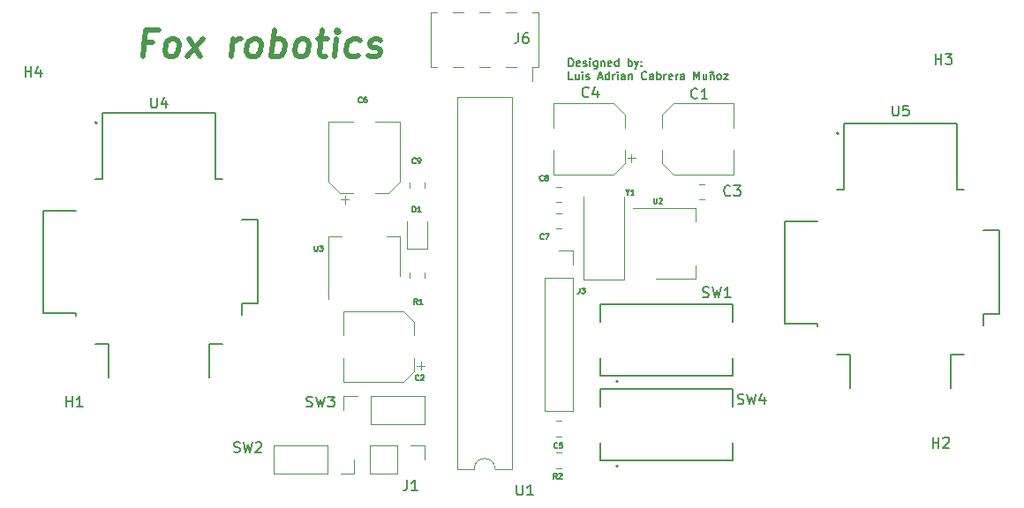
<source format=gto>
G04 #@! TF.GenerationSoftware,KiCad,Pcbnew,(5.1.12)-1*
G04 #@! TF.CreationDate,2022-10-20T21:18:09-07:00*
G04 #@! TF.ProjectId,Transmisor_de_radio,5472616e-736d-4697-936f-725f64655f72,rev?*
G04 #@! TF.SameCoordinates,Original*
G04 #@! TF.FileFunction,Legend,Top*
G04 #@! TF.FilePolarity,Positive*
%FSLAX46Y46*%
G04 Gerber Fmt 4.6, Leading zero omitted, Abs format (unit mm)*
G04 Created by KiCad (PCBNEW (5.1.12)-1) date 2022-10-20 21:18:09*
%MOMM*%
%LPD*%
G01*
G04 APERTURE LIST*
%ADD10C,0.508000*%
%ADD11C,0.127000*%
%ADD12C,0.120000*%
%ADD13C,0.200000*%
%ADD14C,0.150000*%
%ADD15C,2.700000*%
%ADD16R,1.600000X1.600000*%
%ADD17O,1.600000X1.600000*%
%ADD18R,2.000000X1.500000*%
%ADD19R,2.000000X3.800000*%
%ADD20R,3.800000X2.000000*%
%ADD21R,1.500000X2.000000*%
%ADD22C,1.778000*%
%ADD23C,2.286000*%
%ADD24R,1.700000X1.700000*%
%ADD25O,1.700000X1.700000*%
%ADD26R,1.000000X3.000000*%
%ADD27R,2.500000X3.325000*%
%ADD28C,2.775000*%
%ADD29R,2.775000X2.775000*%
G04 APERTURE END LIST*
D10*
X112985247Y-81187471D02*
X112138580Y-81187471D01*
X111972271Y-82517947D02*
X112289771Y-79977947D01*
X113499295Y-79977947D01*
X114512271Y-82517947D02*
X114285485Y-82396995D01*
X114179652Y-82276042D01*
X114088938Y-82034138D01*
X114179652Y-81308423D01*
X114330842Y-81066519D01*
X114466914Y-80945566D01*
X114723938Y-80824614D01*
X115086795Y-80824614D01*
X115313580Y-80945566D01*
X115419414Y-81066519D01*
X115510128Y-81308423D01*
X115419414Y-82034138D01*
X115268223Y-82276042D01*
X115132152Y-82396995D01*
X114875128Y-82517947D01*
X114512271Y-82517947D01*
X116205604Y-82517947D02*
X117747747Y-80824614D01*
X116417271Y-80824614D02*
X117536080Y-82517947D01*
X120438938Y-82517947D02*
X120650604Y-80824614D01*
X120590128Y-81308423D02*
X120741319Y-81066519D01*
X120877390Y-80945566D01*
X121134414Y-80824614D01*
X121376319Y-80824614D01*
X122374176Y-82517947D02*
X122147390Y-82396995D01*
X122041557Y-82276042D01*
X121950842Y-82034138D01*
X122041557Y-81308423D01*
X122192747Y-81066519D01*
X122328819Y-80945566D01*
X122585842Y-80824614D01*
X122948700Y-80824614D01*
X123175485Y-80945566D01*
X123281319Y-81066519D01*
X123372033Y-81308423D01*
X123281319Y-82034138D01*
X123130128Y-82276042D01*
X122994057Y-82396995D01*
X122737033Y-82517947D01*
X122374176Y-82517947D01*
X124309414Y-82517947D02*
X124626914Y-79977947D01*
X124505961Y-80945566D02*
X124762985Y-80824614D01*
X125246795Y-80824614D01*
X125473580Y-80945566D01*
X125579414Y-81066519D01*
X125670128Y-81308423D01*
X125579414Y-82034138D01*
X125428223Y-82276042D01*
X125292152Y-82396995D01*
X125035128Y-82517947D01*
X124551319Y-82517947D01*
X124324533Y-82396995D01*
X126970366Y-82517947D02*
X126743580Y-82396995D01*
X126637747Y-82276042D01*
X126547033Y-82034138D01*
X126637747Y-81308423D01*
X126788938Y-81066519D01*
X126925009Y-80945566D01*
X127182033Y-80824614D01*
X127544890Y-80824614D01*
X127771676Y-80945566D01*
X127877509Y-81066519D01*
X127968223Y-81308423D01*
X127877509Y-82034138D01*
X127726319Y-82276042D01*
X127590247Y-82396995D01*
X127333223Y-82517947D01*
X126970366Y-82517947D01*
X128754414Y-80824614D02*
X129722033Y-80824614D01*
X129223104Y-79977947D02*
X128950961Y-82155090D01*
X129041676Y-82396995D01*
X129268461Y-82517947D01*
X129510366Y-82517947D01*
X130357033Y-82517947D02*
X130568700Y-80824614D01*
X130674533Y-79977947D02*
X130538461Y-80098900D01*
X130644295Y-80219852D01*
X130780366Y-80098900D01*
X130674533Y-79977947D01*
X130644295Y-80219852D01*
X132670247Y-82396995D02*
X132413223Y-82517947D01*
X131929414Y-82517947D01*
X131702628Y-82396995D01*
X131596795Y-82276042D01*
X131506080Y-82034138D01*
X131596795Y-81308423D01*
X131747985Y-81066519D01*
X131884057Y-80945566D01*
X132141080Y-80824614D01*
X132624890Y-80824614D01*
X132851676Y-80945566D01*
X133637866Y-82396995D02*
X133864652Y-82517947D01*
X134348461Y-82517947D01*
X134605485Y-82396995D01*
X134756676Y-82155090D01*
X134771795Y-82034138D01*
X134681080Y-81792233D01*
X134454295Y-81671280D01*
X134091438Y-81671280D01*
X133864652Y-81550328D01*
X133773938Y-81308423D01*
X133789057Y-81187471D01*
X133940247Y-80945566D01*
X134197271Y-80824614D01*
X134560128Y-80824614D01*
X134786914Y-80945566D01*
D11*
X152854478Y-83453514D02*
X152854478Y-82691514D01*
X153035907Y-82691514D01*
X153144764Y-82727800D01*
X153217335Y-82800371D01*
X153253621Y-82872942D01*
X153289907Y-83018085D01*
X153289907Y-83126942D01*
X153253621Y-83272085D01*
X153217335Y-83344657D01*
X153144764Y-83417228D01*
X153035907Y-83453514D01*
X152854478Y-83453514D01*
X153906764Y-83417228D02*
X153834192Y-83453514D01*
X153689050Y-83453514D01*
X153616478Y-83417228D01*
X153580192Y-83344657D01*
X153580192Y-83054371D01*
X153616478Y-82981800D01*
X153689050Y-82945514D01*
X153834192Y-82945514D01*
X153906764Y-82981800D01*
X153943050Y-83054371D01*
X153943050Y-83126942D01*
X153580192Y-83199514D01*
X154233335Y-83417228D02*
X154305907Y-83453514D01*
X154451050Y-83453514D01*
X154523621Y-83417228D01*
X154559907Y-83344657D01*
X154559907Y-83308371D01*
X154523621Y-83235800D01*
X154451050Y-83199514D01*
X154342192Y-83199514D01*
X154269621Y-83163228D01*
X154233335Y-83090657D01*
X154233335Y-83054371D01*
X154269621Y-82981800D01*
X154342192Y-82945514D01*
X154451050Y-82945514D01*
X154523621Y-82981800D01*
X154886478Y-83453514D02*
X154886478Y-82945514D01*
X154886478Y-82691514D02*
X154850192Y-82727800D01*
X154886478Y-82764085D01*
X154922764Y-82727800D01*
X154886478Y-82691514D01*
X154886478Y-82764085D01*
X155575907Y-82945514D02*
X155575907Y-83562371D01*
X155539621Y-83634942D01*
X155503335Y-83671228D01*
X155430764Y-83707514D01*
X155321907Y-83707514D01*
X155249335Y-83671228D01*
X155575907Y-83417228D02*
X155503335Y-83453514D01*
X155358192Y-83453514D01*
X155285621Y-83417228D01*
X155249335Y-83380942D01*
X155213050Y-83308371D01*
X155213050Y-83090657D01*
X155249335Y-83018085D01*
X155285621Y-82981800D01*
X155358192Y-82945514D01*
X155503335Y-82945514D01*
X155575907Y-82981800D01*
X155938764Y-82945514D02*
X155938764Y-83453514D01*
X155938764Y-83018085D02*
X155975050Y-82981800D01*
X156047621Y-82945514D01*
X156156478Y-82945514D01*
X156229050Y-82981800D01*
X156265335Y-83054371D01*
X156265335Y-83453514D01*
X156918478Y-83417228D02*
X156845907Y-83453514D01*
X156700764Y-83453514D01*
X156628192Y-83417228D01*
X156591907Y-83344657D01*
X156591907Y-83054371D01*
X156628192Y-82981800D01*
X156700764Y-82945514D01*
X156845907Y-82945514D01*
X156918478Y-82981800D01*
X156954764Y-83054371D01*
X156954764Y-83126942D01*
X156591907Y-83199514D01*
X157607907Y-83453514D02*
X157607907Y-82691514D01*
X157607907Y-83417228D02*
X157535335Y-83453514D01*
X157390192Y-83453514D01*
X157317621Y-83417228D01*
X157281335Y-83380942D01*
X157245050Y-83308371D01*
X157245050Y-83090657D01*
X157281335Y-83018085D01*
X157317621Y-82981800D01*
X157390192Y-82945514D01*
X157535335Y-82945514D01*
X157607907Y-82981800D01*
X158551335Y-83453514D02*
X158551335Y-82691514D01*
X158551335Y-82981800D02*
X158623907Y-82945514D01*
X158769050Y-82945514D01*
X158841621Y-82981800D01*
X158877907Y-83018085D01*
X158914192Y-83090657D01*
X158914192Y-83308371D01*
X158877907Y-83380942D01*
X158841621Y-83417228D01*
X158769050Y-83453514D01*
X158623907Y-83453514D01*
X158551335Y-83417228D01*
X159168192Y-82945514D02*
X159349621Y-83453514D01*
X159531050Y-82945514D02*
X159349621Y-83453514D01*
X159277050Y-83634942D01*
X159240764Y-83671228D01*
X159168192Y-83707514D01*
X159821335Y-83380942D02*
X159857621Y-83417228D01*
X159821335Y-83453514D01*
X159785050Y-83417228D01*
X159821335Y-83380942D01*
X159821335Y-83453514D01*
X159821335Y-82981800D02*
X159857621Y-83018085D01*
X159821335Y-83054371D01*
X159785050Y-83018085D01*
X159821335Y-82981800D01*
X159821335Y-83054371D01*
X153217335Y-84723514D02*
X152854478Y-84723514D01*
X152854478Y-83961514D01*
X153797907Y-84215514D02*
X153797907Y-84723514D01*
X153471335Y-84215514D02*
X153471335Y-84614657D01*
X153507621Y-84687228D01*
X153580192Y-84723514D01*
X153689050Y-84723514D01*
X153761621Y-84687228D01*
X153797907Y-84650942D01*
X154160764Y-84723514D02*
X154160764Y-84215514D01*
X154160764Y-83961514D02*
X154124478Y-83997800D01*
X154160764Y-84034085D01*
X154197050Y-83997800D01*
X154160764Y-83961514D01*
X154160764Y-84034085D01*
X154487335Y-84687228D02*
X154559907Y-84723514D01*
X154705050Y-84723514D01*
X154777621Y-84687228D01*
X154813907Y-84614657D01*
X154813907Y-84578371D01*
X154777621Y-84505800D01*
X154705050Y-84469514D01*
X154596192Y-84469514D01*
X154523621Y-84433228D01*
X154487335Y-84360657D01*
X154487335Y-84324371D01*
X154523621Y-84251800D01*
X154596192Y-84215514D01*
X154705050Y-84215514D01*
X154777621Y-84251800D01*
X155684764Y-84505800D02*
X156047621Y-84505800D01*
X155612192Y-84723514D02*
X155866192Y-83961514D01*
X156120192Y-84723514D01*
X156700764Y-84723514D02*
X156700764Y-83961514D01*
X156700764Y-84687228D02*
X156628192Y-84723514D01*
X156483050Y-84723514D01*
X156410478Y-84687228D01*
X156374192Y-84650942D01*
X156337907Y-84578371D01*
X156337907Y-84360657D01*
X156374192Y-84288085D01*
X156410478Y-84251800D01*
X156483050Y-84215514D01*
X156628192Y-84215514D01*
X156700764Y-84251800D01*
X157063621Y-84723514D02*
X157063621Y-84215514D01*
X157063621Y-84360657D02*
X157099907Y-84288085D01*
X157136192Y-84251800D01*
X157208764Y-84215514D01*
X157281335Y-84215514D01*
X157535335Y-84723514D02*
X157535335Y-84215514D01*
X157535335Y-83961514D02*
X157499050Y-83997800D01*
X157535335Y-84034085D01*
X157571621Y-83997800D01*
X157535335Y-83961514D01*
X157535335Y-84034085D01*
X158224764Y-84723514D02*
X158224764Y-84324371D01*
X158188478Y-84251800D01*
X158115907Y-84215514D01*
X157970764Y-84215514D01*
X157898192Y-84251800D01*
X158224764Y-84687228D02*
X158152192Y-84723514D01*
X157970764Y-84723514D01*
X157898192Y-84687228D01*
X157861907Y-84614657D01*
X157861907Y-84542085D01*
X157898192Y-84469514D01*
X157970764Y-84433228D01*
X158152192Y-84433228D01*
X158224764Y-84396942D01*
X158587621Y-84215514D02*
X158587621Y-84723514D01*
X158587621Y-84288085D02*
X158623907Y-84251800D01*
X158696478Y-84215514D01*
X158805335Y-84215514D01*
X158877907Y-84251800D01*
X158914192Y-84324371D01*
X158914192Y-84723514D01*
X160293050Y-84650942D02*
X160256764Y-84687228D01*
X160147907Y-84723514D01*
X160075335Y-84723514D01*
X159966478Y-84687228D01*
X159893907Y-84614657D01*
X159857621Y-84542085D01*
X159821335Y-84396942D01*
X159821335Y-84288085D01*
X159857621Y-84142942D01*
X159893907Y-84070371D01*
X159966478Y-83997800D01*
X160075335Y-83961514D01*
X160147907Y-83961514D01*
X160256764Y-83997800D01*
X160293050Y-84034085D01*
X160946192Y-84723514D02*
X160946192Y-84324371D01*
X160909907Y-84251800D01*
X160837335Y-84215514D01*
X160692192Y-84215514D01*
X160619621Y-84251800D01*
X160946192Y-84687228D02*
X160873621Y-84723514D01*
X160692192Y-84723514D01*
X160619621Y-84687228D01*
X160583335Y-84614657D01*
X160583335Y-84542085D01*
X160619621Y-84469514D01*
X160692192Y-84433228D01*
X160873621Y-84433228D01*
X160946192Y-84396942D01*
X161309050Y-84723514D02*
X161309050Y-83961514D01*
X161309050Y-84251800D02*
X161381621Y-84215514D01*
X161526764Y-84215514D01*
X161599335Y-84251800D01*
X161635621Y-84288085D01*
X161671907Y-84360657D01*
X161671907Y-84578371D01*
X161635621Y-84650942D01*
X161599335Y-84687228D01*
X161526764Y-84723514D01*
X161381621Y-84723514D01*
X161309050Y-84687228D01*
X161998478Y-84723514D02*
X161998478Y-84215514D01*
X161998478Y-84360657D02*
X162034764Y-84288085D01*
X162071050Y-84251800D01*
X162143621Y-84215514D01*
X162216192Y-84215514D01*
X162760478Y-84687228D02*
X162687907Y-84723514D01*
X162542764Y-84723514D01*
X162470192Y-84687228D01*
X162433907Y-84614657D01*
X162433907Y-84324371D01*
X162470192Y-84251800D01*
X162542764Y-84215514D01*
X162687907Y-84215514D01*
X162760478Y-84251800D01*
X162796764Y-84324371D01*
X162796764Y-84396942D01*
X162433907Y-84469514D01*
X163123335Y-84723514D02*
X163123335Y-84215514D01*
X163123335Y-84360657D02*
X163159621Y-84288085D01*
X163195907Y-84251800D01*
X163268478Y-84215514D01*
X163341050Y-84215514D01*
X163921621Y-84723514D02*
X163921621Y-84324371D01*
X163885335Y-84251800D01*
X163812764Y-84215514D01*
X163667621Y-84215514D01*
X163595050Y-84251800D01*
X163921621Y-84687228D02*
X163849050Y-84723514D01*
X163667621Y-84723514D01*
X163595050Y-84687228D01*
X163558764Y-84614657D01*
X163558764Y-84542085D01*
X163595050Y-84469514D01*
X163667621Y-84433228D01*
X163849050Y-84433228D01*
X163921621Y-84396942D01*
X164865050Y-84723514D02*
X164865050Y-83961514D01*
X165119050Y-84505800D01*
X165373050Y-83961514D01*
X165373050Y-84723514D01*
X166062478Y-84215514D02*
X166062478Y-84723514D01*
X165735907Y-84215514D02*
X165735907Y-84614657D01*
X165772192Y-84687228D01*
X165844764Y-84723514D01*
X165953621Y-84723514D01*
X166026192Y-84687228D01*
X166062478Y-84650942D01*
X166425335Y-84215514D02*
X166425335Y-84723514D01*
X166425335Y-84288085D02*
X166461621Y-84251800D01*
X166534192Y-84215514D01*
X166643050Y-84215514D01*
X166715621Y-84251800D01*
X166751907Y-84324371D01*
X166751907Y-84723514D01*
X166389050Y-84034085D02*
X166425335Y-83997800D01*
X166497907Y-83961514D01*
X166643050Y-84034085D01*
X166715621Y-83997800D01*
X166751907Y-83961514D01*
X167223621Y-84723514D02*
X167151050Y-84687228D01*
X167114764Y-84650942D01*
X167078478Y-84578371D01*
X167078478Y-84360657D01*
X167114764Y-84288085D01*
X167151050Y-84251800D01*
X167223621Y-84215514D01*
X167332478Y-84215514D01*
X167405050Y-84251800D01*
X167441335Y-84288085D01*
X167477621Y-84360657D01*
X167477621Y-84578371D01*
X167441335Y-84650942D01*
X167405050Y-84687228D01*
X167332478Y-84723514D01*
X167223621Y-84723514D01*
X167731621Y-84215514D02*
X168130764Y-84215514D01*
X167731621Y-84723514D01*
X168130764Y-84723514D01*
D12*
X161817000Y-92769563D02*
X162881437Y-93834000D01*
X161817000Y-88078437D02*
X162881437Y-87014000D01*
X161817000Y-88078437D02*
X161817000Y-89364000D01*
X161817000Y-92769563D02*
X161817000Y-91484000D01*
X162881437Y-93834000D02*
X168637000Y-93834000D01*
X162881437Y-87014000D02*
X168637000Y-87014000D01*
X168637000Y-87014000D02*
X168637000Y-89364000D01*
X168637000Y-93834000D02*
X168637000Y-91484000D01*
X131210000Y-106953000D02*
X131210000Y-109303000D01*
X131210000Y-113773000D02*
X131210000Y-111423000D01*
X136965563Y-113773000D02*
X131210000Y-113773000D01*
X136965563Y-106953000D02*
X131210000Y-106953000D01*
X138030000Y-108017437D02*
X138030000Y-109303000D01*
X138030000Y-112708563D02*
X138030000Y-111423000D01*
X138030000Y-112708563D02*
X136965563Y-113773000D01*
X138030000Y-108017437D02*
X136965563Y-106953000D01*
X139057500Y-112210500D02*
X138270000Y-112210500D01*
X138663750Y-112604250D02*
X138663750Y-111816750D01*
X165346748Y-96239000D02*
X165869252Y-96239000D01*
X165346748Y-94769000D02*
X165869252Y-94769000D01*
X158856750Y-92665250D02*
X158856750Y-91877750D01*
X159250500Y-92271500D02*
X158463000Y-92271500D01*
X158223000Y-88078437D02*
X157158563Y-87014000D01*
X158223000Y-92769563D02*
X157158563Y-93834000D01*
X158223000Y-92769563D02*
X158223000Y-91484000D01*
X158223000Y-88078437D02*
X158223000Y-89364000D01*
X157158563Y-87014000D02*
X151403000Y-87014000D01*
X157158563Y-93834000D02*
X151403000Y-93834000D01*
X151403000Y-93834000D02*
X151403000Y-91484000D01*
X151403000Y-87014000D02*
X151403000Y-89364000D01*
X151630748Y-118972000D02*
X152153252Y-118972000D01*
X151630748Y-117502000D02*
X152153252Y-117502000D01*
X130981750Y-96245750D02*
X131769250Y-96245750D01*
X131375500Y-96639500D02*
X131375500Y-95852000D01*
X135568563Y-95612000D02*
X136633000Y-94547563D01*
X130877437Y-95612000D02*
X129813000Y-94547563D01*
X130877437Y-95612000D02*
X132163000Y-95612000D01*
X135568563Y-95612000D02*
X134283000Y-95612000D01*
X136633000Y-94547563D02*
X136633000Y-88792000D01*
X129813000Y-94547563D02*
X129813000Y-88792000D01*
X129813000Y-88792000D02*
X132163000Y-88792000D01*
X136633000Y-88792000D02*
X134283000Y-88792000D01*
X152153252Y-97563000D02*
X151630748Y-97563000D01*
X152153252Y-99033000D02*
X151630748Y-99033000D01*
X152153252Y-96493000D02*
X151630748Y-96493000D01*
X152153252Y-95023000D02*
X151630748Y-95023000D01*
X137568000Y-95130252D02*
X137568000Y-94607748D01*
X139038000Y-95130252D02*
X139038000Y-94607748D01*
X139263000Y-100999000D02*
X139263000Y-98314000D01*
X137343000Y-100999000D02*
X139263000Y-100999000D01*
X137343000Y-98314000D02*
X137343000Y-100999000D01*
X139038000Y-103732064D02*
X139038000Y-103277936D01*
X137568000Y-103732064D02*
X137568000Y-103277936D01*
X152119064Y-122020000D02*
X151664936Y-122020000D01*
X152119064Y-120550000D02*
X151664936Y-120550000D01*
X142130000Y-122107000D02*
X143780000Y-122107000D01*
X142130000Y-86427000D02*
X142130000Y-122107000D01*
X147430000Y-86427000D02*
X142130000Y-86427000D01*
X147430000Y-122107000D02*
X147430000Y-86427000D01*
X145780000Y-122107000D02*
X147430000Y-122107000D01*
X143780000Y-122107000D02*
G75*
G02*
X145780000Y-122107000I1000000J0D01*
G01*
X164978000Y-103867000D02*
X164978000Y-102607000D01*
X164978000Y-97047000D02*
X164978000Y-98307000D01*
X161218000Y-103867000D02*
X164978000Y-103867000D01*
X158968000Y-97047000D02*
X164978000Y-97047000D01*
X129813000Y-105827000D02*
X129813000Y-99817000D01*
X136633000Y-103577000D02*
X136633000Y-99817000D01*
X129813000Y-99817000D02*
X131073000Y-99817000D01*
X136633000Y-99817000D02*
X135373000Y-99817000D01*
D13*
X107588000Y-88885000D02*
G75*
G03*
X107588000Y-88885000I-100000J0D01*
G01*
D11*
X102438000Y-97335000D02*
X105588000Y-97335000D01*
X102438000Y-107135000D02*
X102438000Y-97335000D01*
X105588000Y-107135000D02*
X102438000Y-107135000D01*
X105588000Y-107405000D02*
X105588000Y-107135000D01*
X108688000Y-110135000D02*
X107468000Y-110135000D01*
X108688000Y-113335000D02*
X108688000Y-110135000D01*
X118388000Y-110135000D02*
X118388000Y-113335000D01*
X119618000Y-110135000D02*
X118388000Y-110135000D01*
X121488000Y-106235000D02*
X121488000Y-107355000D01*
X123038000Y-106235000D02*
X121488000Y-106235000D01*
X123038000Y-98135000D02*
X123038000Y-106235000D01*
X121488000Y-98135000D02*
X123038000Y-98135000D01*
X118988000Y-94235000D02*
X119618000Y-94235000D01*
X118988000Y-87935000D02*
X118988000Y-94235000D01*
X108088000Y-87935000D02*
X118988000Y-87935000D01*
X108088000Y-94235000D02*
X108088000Y-87935000D01*
X107468000Y-94235000D02*
X108088000Y-94235000D01*
X178588000Y-95251000D02*
X179208000Y-95251000D01*
X179208000Y-95251000D02*
X179208000Y-88951000D01*
X179208000Y-88951000D02*
X190108000Y-88951000D01*
X190108000Y-88951000D02*
X190108000Y-95251000D01*
X190108000Y-95251000D02*
X190738000Y-95251000D01*
X192608000Y-99151000D02*
X194158000Y-99151000D01*
X194158000Y-99151000D02*
X194158000Y-107251000D01*
X194158000Y-107251000D02*
X192608000Y-107251000D01*
X192608000Y-107251000D02*
X192608000Y-108371000D01*
X190738000Y-111151000D02*
X189508000Y-111151000D01*
X189508000Y-111151000D02*
X189508000Y-114351000D01*
X179808000Y-114351000D02*
X179808000Y-111151000D01*
X179808000Y-111151000D02*
X178588000Y-111151000D01*
X176708000Y-108421000D02*
X176708000Y-108151000D01*
X176708000Y-108151000D02*
X173558000Y-108151000D01*
X173558000Y-108151000D02*
X173558000Y-98351000D01*
X173558000Y-98351000D02*
X176708000Y-98351000D01*
D13*
X178708000Y-89901000D02*
G75*
G03*
X178708000Y-89901000I-100000J0D01*
G01*
D12*
X138998000Y-119853400D02*
X138998000Y-121183400D01*
X137668000Y-119853400D02*
X138998000Y-119853400D01*
X136398000Y-119853400D02*
X136398000Y-122513400D01*
X136398000Y-122513400D02*
X133798000Y-122513400D01*
X136398000Y-119853400D02*
X133798000Y-119853400D01*
X133798000Y-119853400D02*
X133798000Y-122513400D01*
X151892000Y-101159000D02*
X153222000Y-101159000D01*
X153222000Y-101159000D02*
X153222000Y-102489000D01*
X153222000Y-103759000D02*
X153222000Y-116519000D01*
X150562000Y-116519000D02*
X153222000Y-116519000D01*
X150562000Y-103759000D02*
X150562000Y-116519000D01*
X150562000Y-103759000D02*
X153222000Y-103759000D01*
X149350000Y-83499000D02*
X149350000Y-84859000D01*
X140210000Y-78299000D02*
X139640000Y-78299000D01*
X142750000Y-78299000D02*
X141730000Y-78299000D01*
X145290000Y-78299000D02*
X144270000Y-78299000D01*
X147830000Y-78299000D02*
X146810000Y-78299000D01*
X149920000Y-78299000D02*
X149350000Y-78299000D01*
X139640000Y-78299000D02*
X139640000Y-83499000D01*
X140210000Y-83499000D02*
X139640000Y-83499000D01*
X142750000Y-83499000D02*
X141730000Y-83499000D01*
X145290000Y-83499000D02*
X144270000Y-83499000D01*
X147830000Y-83499000D02*
X146810000Y-83499000D01*
X149920000Y-83499000D02*
X149350000Y-83499000D01*
X149920000Y-78299000D02*
X149920000Y-83499000D01*
X129679700Y-119866100D02*
X129679700Y-122526100D01*
X129679700Y-119866100D02*
X124539700Y-119866100D01*
X124539700Y-119866100D02*
X124539700Y-122526100D01*
X129679700Y-122526100D02*
X124539700Y-122526100D01*
X132279700Y-122526100D02*
X130949700Y-122526100D01*
X132279700Y-121196100D02*
X132279700Y-122526100D01*
X131258000Y-116459000D02*
X131258000Y-115129000D01*
X131258000Y-115129000D02*
X132588000Y-115129000D01*
X133858000Y-115129000D02*
X138998000Y-115129000D01*
X138998000Y-117789000D02*
X138998000Y-115129000D01*
X133858000Y-117789000D02*
X138998000Y-117789000D01*
X133858000Y-117789000D02*
X133858000Y-115129000D01*
X158160000Y-103962000D02*
X158160000Y-95987000D01*
X154260000Y-103962000D02*
X158160000Y-103962000D01*
X154260000Y-95987000D02*
X154260000Y-103962000D01*
D11*
X155829000Y-106298000D02*
X168529000Y-106298000D01*
X168529000Y-106298000D02*
X168529000Y-108018000D01*
X168529000Y-111438000D02*
X168529000Y-113158000D01*
X168529000Y-113158000D02*
X155829000Y-113158000D01*
X155829000Y-106298000D02*
X155829000Y-108018000D01*
X155829000Y-111438000D02*
X155829000Y-113158000D01*
D13*
X157579000Y-113728000D02*
G75*
G03*
X157579000Y-113728000I-100000J0D01*
G01*
X157579000Y-121856000D02*
G75*
G03*
X157579000Y-121856000I-100000J0D01*
G01*
D11*
X155829000Y-119566000D02*
X155829000Y-121286000D01*
X155829000Y-114426000D02*
X155829000Y-116146000D01*
X168529000Y-121286000D02*
X155829000Y-121286000D01*
X168529000Y-119566000D02*
X168529000Y-121286000D01*
X168529000Y-114426000D02*
X168529000Y-116146000D01*
X155829000Y-114426000D02*
X168529000Y-114426000D01*
D14*
X188010895Y-83243680D02*
X188010895Y-82243680D01*
X188010895Y-82719871D02*
X188582323Y-82719871D01*
X188582323Y-83243680D02*
X188582323Y-82243680D01*
X188963276Y-82243680D02*
X189582323Y-82243680D01*
X189248990Y-82624633D01*
X189391847Y-82624633D01*
X189487085Y-82672252D01*
X189534704Y-82719871D01*
X189582323Y-82815109D01*
X189582323Y-83053204D01*
X189534704Y-83148442D01*
X189487085Y-83196061D01*
X189391847Y-83243680D01*
X189106133Y-83243680D01*
X189010895Y-83196061D01*
X188963276Y-83148442D01*
X100711095Y-84462880D02*
X100711095Y-83462880D01*
X100711095Y-83939071D02*
X101282523Y-83939071D01*
X101282523Y-84462880D02*
X101282523Y-83462880D01*
X102187285Y-83796214D02*
X102187285Y-84462880D01*
X101949190Y-83415261D02*
X101711095Y-84129547D01*
X102330142Y-84129547D01*
X165187333Y-86475842D02*
X165139714Y-86523461D01*
X164996857Y-86571080D01*
X164901619Y-86571080D01*
X164758761Y-86523461D01*
X164663523Y-86428223D01*
X164615904Y-86332985D01*
X164568285Y-86142509D01*
X164568285Y-85999652D01*
X164615904Y-85809176D01*
X164663523Y-85713938D01*
X164758761Y-85618700D01*
X164901619Y-85571080D01*
X164996857Y-85571080D01*
X165139714Y-85618700D01*
X165187333Y-85666319D01*
X166139714Y-86571080D02*
X165568285Y-86571080D01*
X165854000Y-86571080D02*
X165854000Y-85571080D01*
X165758761Y-85713938D01*
X165663523Y-85809176D01*
X165568285Y-85856795D01*
D11*
X138459633Y-113528928D02*
X138435442Y-113553119D01*
X138362871Y-113577309D01*
X138314490Y-113577309D01*
X138241919Y-113553119D01*
X138193538Y-113504738D01*
X138169347Y-113456357D01*
X138145157Y-113359595D01*
X138145157Y-113287023D01*
X138169347Y-113190261D01*
X138193538Y-113141880D01*
X138241919Y-113093500D01*
X138314490Y-113069309D01*
X138362871Y-113069309D01*
X138435442Y-113093500D01*
X138459633Y-113117690D01*
X138653157Y-113117690D02*
X138677347Y-113093500D01*
X138725728Y-113069309D01*
X138846680Y-113069309D01*
X138895061Y-113093500D01*
X138919252Y-113117690D01*
X138943442Y-113166071D01*
X138943442Y-113214452D01*
X138919252Y-113287023D01*
X138628966Y-113577309D01*
X138943442Y-113577309D01*
D14*
X168349633Y-95797642D02*
X168302014Y-95845261D01*
X168159157Y-95892880D01*
X168063919Y-95892880D01*
X167921061Y-95845261D01*
X167825823Y-95750023D01*
X167778204Y-95654785D01*
X167730585Y-95464309D01*
X167730585Y-95321452D01*
X167778204Y-95130976D01*
X167825823Y-95035738D01*
X167921061Y-94940500D01*
X168063919Y-94892880D01*
X168159157Y-94892880D01*
X168302014Y-94940500D01*
X168349633Y-94988119D01*
X168682966Y-94892880D02*
X169302014Y-94892880D01*
X168968680Y-95273833D01*
X169111538Y-95273833D01*
X169206776Y-95321452D01*
X169254395Y-95369071D01*
X169302014Y-95464309D01*
X169302014Y-95702404D01*
X169254395Y-95797642D01*
X169206776Y-95845261D01*
X169111538Y-95892880D01*
X168825823Y-95892880D01*
X168730585Y-95845261D01*
X168682966Y-95797642D01*
X154760633Y-86348842D02*
X154713014Y-86396461D01*
X154570157Y-86444080D01*
X154474919Y-86444080D01*
X154332061Y-86396461D01*
X154236823Y-86301223D01*
X154189204Y-86205985D01*
X154141585Y-86015509D01*
X154141585Y-85872652D01*
X154189204Y-85682176D01*
X154236823Y-85586938D01*
X154332061Y-85491700D01*
X154474919Y-85444080D01*
X154570157Y-85444080D01*
X154713014Y-85491700D01*
X154760633Y-85539319D01*
X155617776Y-85777414D02*
X155617776Y-86444080D01*
X155379680Y-85396461D02*
X155141585Y-86110747D01*
X155760633Y-86110747D01*
D11*
X151743833Y-120044028D02*
X151719642Y-120068219D01*
X151647071Y-120092409D01*
X151598690Y-120092409D01*
X151526119Y-120068219D01*
X151477738Y-120019838D01*
X151453547Y-119971457D01*
X151429357Y-119874695D01*
X151429357Y-119802123D01*
X151453547Y-119705361D01*
X151477738Y-119656980D01*
X151526119Y-119608600D01*
X151598690Y-119584409D01*
X151647071Y-119584409D01*
X151719642Y-119608600D01*
X151743833Y-119632790D01*
X152203452Y-119584409D02*
X151961547Y-119584409D01*
X151937357Y-119826314D01*
X151961547Y-119802123D01*
X152009928Y-119777933D01*
X152130880Y-119777933D01*
X152179261Y-119802123D01*
X152203452Y-119826314D01*
X152227642Y-119874695D01*
X152227642Y-119995647D01*
X152203452Y-120044028D01*
X152179261Y-120068219D01*
X152130880Y-120092409D01*
X152009928Y-120092409D01*
X151961547Y-120068219D01*
X151937357Y-120044028D01*
X132998633Y-86858928D02*
X132974442Y-86883119D01*
X132901871Y-86907309D01*
X132853490Y-86907309D01*
X132780919Y-86883119D01*
X132732538Y-86834738D01*
X132708347Y-86786357D01*
X132684157Y-86689595D01*
X132684157Y-86617023D01*
X132708347Y-86520261D01*
X132732538Y-86471880D01*
X132780919Y-86423500D01*
X132853490Y-86399309D01*
X132901871Y-86399309D01*
X132974442Y-86423500D01*
X132998633Y-86447690D01*
X133434061Y-86399309D02*
X133337300Y-86399309D01*
X133288919Y-86423500D01*
X133264728Y-86447690D01*
X133216347Y-86520261D01*
X133192157Y-86617023D01*
X133192157Y-86810547D01*
X133216347Y-86858928D01*
X133240538Y-86883119D01*
X133288919Y-86907309D01*
X133385680Y-86907309D01*
X133434061Y-86883119D01*
X133458252Y-86858928D01*
X133482442Y-86810547D01*
X133482442Y-86689595D01*
X133458252Y-86641214D01*
X133434061Y-86617023D01*
X133385680Y-86592833D01*
X133288919Y-86592833D01*
X133240538Y-86617023D01*
X133216347Y-86641214D01*
X133192157Y-86689595D01*
X150435733Y-100003428D02*
X150411542Y-100027619D01*
X150338971Y-100051809D01*
X150290590Y-100051809D01*
X150218019Y-100027619D01*
X150169638Y-99979238D01*
X150145447Y-99930857D01*
X150121257Y-99834095D01*
X150121257Y-99761523D01*
X150145447Y-99664761D01*
X150169638Y-99616380D01*
X150218019Y-99568000D01*
X150290590Y-99543809D01*
X150338971Y-99543809D01*
X150411542Y-99568000D01*
X150435733Y-99592190D01*
X150605066Y-99543809D02*
X150943733Y-99543809D01*
X150726019Y-100051809D01*
X150372233Y-94390028D02*
X150348042Y-94414219D01*
X150275471Y-94438409D01*
X150227090Y-94438409D01*
X150154519Y-94414219D01*
X150106138Y-94365838D01*
X150081947Y-94317457D01*
X150057757Y-94220695D01*
X150057757Y-94148123D01*
X150081947Y-94051361D01*
X150106138Y-94002980D01*
X150154519Y-93954600D01*
X150227090Y-93930409D01*
X150275471Y-93930409D01*
X150348042Y-93954600D01*
X150372233Y-93978790D01*
X150662519Y-94148123D02*
X150614138Y-94123933D01*
X150589947Y-94099742D01*
X150565757Y-94051361D01*
X150565757Y-94027171D01*
X150589947Y-93978790D01*
X150614138Y-93954600D01*
X150662519Y-93930409D01*
X150759280Y-93930409D01*
X150807661Y-93954600D01*
X150831852Y-93978790D01*
X150856042Y-94027171D01*
X150856042Y-94051361D01*
X150831852Y-94099742D01*
X150807661Y-94123933D01*
X150759280Y-94148123D01*
X150662519Y-94148123D01*
X150614138Y-94172314D01*
X150589947Y-94196504D01*
X150565757Y-94244885D01*
X150565757Y-94341647D01*
X150589947Y-94390028D01*
X150614138Y-94414219D01*
X150662519Y-94438409D01*
X150759280Y-94438409D01*
X150807661Y-94414219D01*
X150831852Y-94390028D01*
X150856042Y-94341647D01*
X150856042Y-94244885D01*
X150831852Y-94196504D01*
X150807661Y-94172314D01*
X150759280Y-94148123D01*
X138167533Y-92700928D02*
X138143342Y-92725119D01*
X138070771Y-92749309D01*
X138022390Y-92749309D01*
X137949819Y-92725119D01*
X137901438Y-92676738D01*
X137877247Y-92628357D01*
X137853057Y-92531595D01*
X137853057Y-92459023D01*
X137877247Y-92362261D01*
X137901438Y-92313880D01*
X137949819Y-92265500D01*
X138022390Y-92241309D01*
X138070771Y-92241309D01*
X138143342Y-92265500D01*
X138167533Y-92289690D01*
X138409438Y-92749309D02*
X138506200Y-92749309D01*
X138554580Y-92725119D01*
X138578771Y-92700928D01*
X138627152Y-92628357D01*
X138651342Y-92531595D01*
X138651342Y-92338071D01*
X138627152Y-92289690D01*
X138602961Y-92265500D01*
X138554580Y-92241309D01*
X138457819Y-92241309D01*
X138409438Y-92265500D01*
X138385247Y-92289690D01*
X138361057Y-92338071D01*
X138361057Y-92459023D01*
X138385247Y-92507404D01*
X138409438Y-92531595D01*
X138457819Y-92555785D01*
X138554580Y-92555785D01*
X138602961Y-92531595D01*
X138627152Y-92507404D01*
X138651342Y-92459023D01*
X137877247Y-97435609D02*
X137877247Y-96927609D01*
X137998200Y-96927609D01*
X138070771Y-96951800D01*
X138119152Y-97000180D01*
X138143342Y-97048561D01*
X138167533Y-97145323D01*
X138167533Y-97217895D01*
X138143342Y-97314657D01*
X138119152Y-97363038D01*
X138070771Y-97411419D01*
X137998200Y-97435609D01*
X137877247Y-97435609D01*
X138651342Y-97435609D02*
X138361057Y-97435609D01*
X138506200Y-97435609D02*
X138506200Y-96927609D01*
X138457819Y-97000180D01*
X138409438Y-97048561D01*
X138361057Y-97072752D01*
X138332633Y-106287509D02*
X138163300Y-106045604D01*
X138042347Y-106287509D02*
X138042347Y-105779509D01*
X138235871Y-105779509D01*
X138284252Y-105803700D01*
X138308442Y-105827890D01*
X138332633Y-105876271D01*
X138332633Y-105948842D01*
X138308442Y-105997223D01*
X138284252Y-106021414D01*
X138235871Y-106045604D01*
X138042347Y-106045604D01*
X138816442Y-106287509D02*
X138526157Y-106287509D01*
X138671300Y-106287509D02*
X138671300Y-105779509D01*
X138622919Y-105852080D01*
X138574538Y-105900461D01*
X138526157Y-105924652D01*
X151705733Y-123051509D02*
X151536400Y-122809604D01*
X151415447Y-123051509D02*
X151415447Y-122543509D01*
X151608971Y-122543509D01*
X151657352Y-122567700D01*
X151681542Y-122591890D01*
X151705733Y-122640271D01*
X151705733Y-122712842D01*
X151681542Y-122761223D01*
X151657352Y-122785414D01*
X151608971Y-122809604D01*
X151415447Y-122809604D01*
X151899257Y-122591890D02*
X151923447Y-122567700D01*
X151971828Y-122543509D01*
X152092780Y-122543509D01*
X152141161Y-122567700D01*
X152165352Y-122591890D01*
X152189542Y-122640271D01*
X152189542Y-122688652D01*
X152165352Y-122761223D01*
X151875066Y-123051509D01*
X152189542Y-123051509D01*
D14*
X147853495Y-123620280D02*
X147853495Y-124429804D01*
X147901114Y-124525042D01*
X147948733Y-124572661D01*
X148043971Y-124620280D01*
X148234447Y-124620280D01*
X148329685Y-124572661D01*
X148377304Y-124525042D01*
X148424923Y-124429804D01*
X148424923Y-123620280D01*
X149424923Y-124620280D02*
X148853495Y-124620280D01*
X149139209Y-124620280D02*
X149139209Y-123620280D01*
X149043971Y-123763138D01*
X148948733Y-123858376D01*
X148853495Y-123905995D01*
D11*
X161017252Y-96114809D02*
X161017252Y-96526047D01*
X161041442Y-96574428D01*
X161065633Y-96598619D01*
X161114014Y-96622809D01*
X161210776Y-96622809D01*
X161259157Y-96598619D01*
X161283347Y-96574428D01*
X161307538Y-96526047D01*
X161307538Y-96114809D01*
X161525252Y-96163190D02*
X161549442Y-96139000D01*
X161597823Y-96114809D01*
X161718776Y-96114809D01*
X161767157Y-96139000D01*
X161791347Y-96163190D01*
X161815538Y-96211571D01*
X161815538Y-96259952D01*
X161791347Y-96332523D01*
X161501061Y-96622809D01*
X161815538Y-96622809D01*
X128467152Y-100674109D02*
X128467152Y-101085347D01*
X128491342Y-101133728D01*
X128515533Y-101157919D01*
X128563914Y-101182109D01*
X128660676Y-101182109D01*
X128709057Y-101157919D01*
X128733247Y-101133728D01*
X128757438Y-101085347D01*
X128757438Y-100674109D01*
X128950961Y-100674109D02*
X129265438Y-100674109D01*
X129096104Y-100867633D01*
X129168676Y-100867633D01*
X129217057Y-100891823D01*
X129241247Y-100916014D01*
X129265438Y-100964395D01*
X129265438Y-101085347D01*
X129241247Y-101133728D01*
X129217057Y-101157919D01*
X129168676Y-101182109D01*
X129023533Y-101182109D01*
X128975152Y-101157919D01*
X128950961Y-101133728D01*
D14*
X112776095Y-86447380D02*
X112776095Y-87256904D01*
X112823714Y-87352142D01*
X112871333Y-87399761D01*
X112966571Y-87447380D01*
X113157047Y-87447380D01*
X113252285Y-87399761D01*
X113299904Y-87352142D01*
X113347523Y-87256904D01*
X113347523Y-86447380D01*
X114252285Y-86780714D02*
X114252285Y-87447380D01*
X114014190Y-86399761D02*
X113776095Y-87114047D01*
X114395142Y-87114047D01*
X183896095Y-87209380D02*
X183896095Y-88018904D01*
X183943714Y-88114142D01*
X183991333Y-88161761D01*
X184086571Y-88209380D01*
X184277047Y-88209380D01*
X184372285Y-88161761D01*
X184419904Y-88114142D01*
X184467523Y-88018904D01*
X184467523Y-87209380D01*
X185419904Y-87209380D02*
X184943714Y-87209380D01*
X184896095Y-87685571D01*
X184943714Y-87637952D01*
X185038952Y-87590333D01*
X185277047Y-87590333D01*
X185372285Y-87637952D01*
X185419904Y-87685571D01*
X185467523Y-87780809D01*
X185467523Y-88018904D01*
X185419904Y-88114142D01*
X185372285Y-88161761D01*
X185277047Y-88209380D01*
X185038952Y-88209380D01*
X184943714Y-88161761D01*
X184896095Y-88114142D01*
X137334666Y-123175780D02*
X137334666Y-123890066D01*
X137287047Y-124032923D01*
X137191809Y-124128161D01*
X137048952Y-124175780D01*
X136953714Y-124175780D01*
X138334666Y-124175780D02*
X137763238Y-124175780D01*
X138048952Y-124175780D02*
X138048952Y-123175780D01*
X137953714Y-123318638D01*
X137858476Y-123413876D01*
X137763238Y-123461495D01*
D11*
X153881666Y-104738109D02*
X153881666Y-105100966D01*
X153857476Y-105173538D01*
X153809095Y-105221919D01*
X153736523Y-105246109D01*
X153688142Y-105246109D01*
X154075190Y-104738109D02*
X154389666Y-104738109D01*
X154220333Y-104931633D01*
X154292904Y-104931633D01*
X154341285Y-104955823D01*
X154365476Y-104980014D01*
X154389666Y-105028395D01*
X154389666Y-105149347D01*
X154365476Y-105197728D01*
X154341285Y-105221919D01*
X154292904Y-105246109D01*
X154147761Y-105246109D01*
X154099380Y-105221919D01*
X154075190Y-105197728D01*
D14*
X148002666Y-80224380D02*
X148002666Y-80938666D01*
X147955047Y-81081523D01*
X147859809Y-81176761D01*
X147716952Y-81224380D01*
X147621714Y-81224380D01*
X148907428Y-80224380D02*
X148716952Y-80224380D01*
X148621714Y-80272000D01*
X148574095Y-80319619D01*
X148478857Y-80462476D01*
X148431238Y-80652952D01*
X148431238Y-81033904D01*
X148478857Y-81129142D01*
X148526476Y-81176761D01*
X148621714Y-81224380D01*
X148812190Y-81224380D01*
X148907428Y-81176761D01*
X148955047Y-81129142D01*
X149002666Y-81033904D01*
X149002666Y-80795809D01*
X148955047Y-80700571D01*
X148907428Y-80652952D01*
X148812190Y-80605333D01*
X148621714Y-80605333D01*
X148526476Y-80652952D01*
X148478857Y-80700571D01*
X148431238Y-80795809D01*
X120726366Y-120457861D02*
X120869223Y-120505480D01*
X121107319Y-120505480D01*
X121202557Y-120457861D01*
X121250176Y-120410242D01*
X121297795Y-120315004D01*
X121297795Y-120219766D01*
X121250176Y-120124528D01*
X121202557Y-120076909D01*
X121107319Y-120029290D01*
X120916842Y-119981671D01*
X120821604Y-119934052D01*
X120773985Y-119886433D01*
X120726366Y-119791195D01*
X120726366Y-119695957D01*
X120773985Y-119600719D01*
X120821604Y-119553100D01*
X120916842Y-119505480D01*
X121154938Y-119505480D01*
X121297795Y-119553100D01*
X121631128Y-119505480D02*
X121869223Y-120505480D01*
X122059700Y-119791195D01*
X122250176Y-120505480D01*
X122488271Y-119505480D01*
X122821604Y-119600719D02*
X122869223Y-119553100D01*
X122964461Y-119505480D01*
X123202557Y-119505480D01*
X123297795Y-119553100D01*
X123345414Y-119600719D01*
X123393033Y-119695957D01*
X123393033Y-119791195D01*
X123345414Y-119934052D01*
X122773985Y-120505480D01*
X123393033Y-120505480D01*
X127698666Y-116101761D02*
X127841523Y-116149380D01*
X128079619Y-116149380D01*
X128174857Y-116101761D01*
X128222476Y-116054142D01*
X128270095Y-115958904D01*
X128270095Y-115863666D01*
X128222476Y-115768428D01*
X128174857Y-115720809D01*
X128079619Y-115673190D01*
X127889142Y-115625571D01*
X127793904Y-115577952D01*
X127746285Y-115530333D01*
X127698666Y-115435095D01*
X127698666Y-115339857D01*
X127746285Y-115244619D01*
X127793904Y-115197000D01*
X127889142Y-115149380D01*
X128127238Y-115149380D01*
X128270095Y-115197000D01*
X128603428Y-115149380D02*
X128841523Y-116149380D01*
X129032000Y-115435095D01*
X129222476Y-116149380D01*
X129460571Y-115149380D01*
X129746285Y-115149380D02*
X130365333Y-115149380D01*
X130032000Y-115530333D01*
X130174857Y-115530333D01*
X130270095Y-115577952D01*
X130317714Y-115625571D01*
X130365333Y-115720809D01*
X130365333Y-115958904D01*
X130317714Y-116054142D01*
X130270095Y-116101761D01*
X130174857Y-116149380D01*
X129889142Y-116149380D01*
X129793904Y-116101761D01*
X129746285Y-116054142D01*
D11*
X158508095Y-95542704D02*
X158508095Y-95784609D01*
X158338761Y-95276609D02*
X158508095Y-95542704D01*
X158677428Y-95276609D01*
X159112857Y-95784609D02*
X158822571Y-95784609D01*
X158967714Y-95784609D02*
X158967714Y-95276609D01*
X158919333Y-95349180D01*
X158870952Y-95397561D01*
X158822571Y-95421752D01*
D14*
X165709766Y-105598861D02*
X165852623Y-105646480D01*
X166090719Y-105646480D01*
X166185957Y-105598861D01*
X166233576Y-105551242D01*
X166281195Y-105456004D01*
X166281195Y-105360766D01*
X166233576Y-105265528D01*
X166185957Y-105217909D01*
X166090719Y-105170290D01*
X165900242Y-105122671D01*
X165805004Y-105075052D01*
X165757385Y-105027433D01*
X165709766Y-104932195D01*
X165709766Y-104836957D01*
X165757385Y-104741719D01*
X165805004Y-104694100D01*
X165900242Y-104646480D01*
X166138338Y-104646480D01*
X166281195Y-104694100D01*
X166614528Y-104646480D02*
X166852623Y-105646480D01*
X167043100Y-104932195D01*
X167233576Y-105646480D01*
X167471671Y-104646480D01*
X168376433Y-105646480D02*
X167805004Y-105646480D01*
X168090719Y-105646480D02*
X168090719Y-104646480D01*
X167995480Y-104789338D01*
X167900242Y-104884576D01*
X167805004Y-104932195D01*
X169037166Y-115847761D02*
X169180023Y-115895380D01*
X169418119Y-115895380D01*
X169513357Y-115847761D01*
X169560976Y-115800142D01*
X169608595Y-115704904D01*
X169608595Y-115609666D01*
X169560976Y-115514428D01*
X169513357Y-115466809D01*
X169418119Y-115419190D01*
X169227642Y-115371571D01*
X169132404Y-115323952D01*
X169084785Y-115276333D01*
X169037166Y-115181095D01*
X169037166Y-115085857D01*
X169084785Y-114990619D01*
X169132404Y-114943000D01*
X169227642Y-114895380D01*
X169465738Y-114895380D01*
X169608595Y-114943000D01*
X169941928Y-114895380D02*
X170180023Y-115895380D01*
X170370500Y-115181095D01*
X170560976Y-115895380D01*
X170799071Y-114895380D01*
X171608595Y-115228714D02*
X171608595Y-115895380D01*
X171370500Y-114847761D02*
X171132404Y-115562047D01*
X171751452Y-115562047D01*
X104648095Y-116132380D02*
X104648095Y-115132380D01*
X104648095Y-115608571D02*
X105219523Y-115608571D01*
X105219523Y-116132380D02*
X105219523Y-115132380D01*
X106219523Y-116132380D02*
X105648095Y-116132380D01*
X105933809Y-116132380D02*
X105933809Y-115132380D01*
X105838571Y-115275238D01*
X105743333Y-115370476D01*
X105648095Y-115418095D01*
X187756895Y-120073680D02*
X187756895Y-119073680D01*
X187756895Y-119549871D02*
X188328323Y-119549871D01*
X188328323Y-120073680D02*
X188328323Y-119073680D01*
X188756895Y-119168919D02*
X188804514Y-119121300D01*
X188899752Y-119073680D01*
X189137847Y-119073680D01*
X189233085Y-119121300D01*
X189280704Y-119168919D01*
X189328323Y-119264157D01*
X189328323Y-119359395D01*
X189280704Y-119502252D01*
X188709276Y-120073680D01*
X189328323Y-120073680D01*
%LPC*%
D15*
X193040000Y-82550000D03*
X105410000Y-81915000D03*
G36*
G01*
X161027000Y-90974000D02*
X161027000Y-89874000D01*
G75*
G02*
X161277000Y-89624000I250000J0D01*
G01*
X164102000Y-89624000D01*
G75*
G02*
X164352000Y-89874000I0J-250000D01*
G01*
X164352000Y-90974000D01*
G75*
G02*
X164102000Y-91224000I-250000J0D01*
G01*
X161277000Y-91224000D01*
G75*
G02*
X161027000Y-90974000I0J250000D01*
G01*
G37*
G36*
G01*
X166102000Y-90974000D02*
X166102000Y-89874000D01*
G75*
G02*
X166352000Y-89624000I250000J0D01*
G01*
X169177000Y-89624000D01*
G75*
G02*
X169427000Y-89874000I0J-250000D01*
G01*
X169427000Y-90974000D01*
G75*
G02*
X169177000Y-91224000I-250000J0D01*
G01*
X166352000Y-91224000D01*
G75*
G02*
X166102000Y-90974000I0J250000D01*
G01*
G37*
G36*
G01*
X133570000Y-109813000D02*
X133570000Y-110913000D01*
G75*
G02*
X133320000Y-111163000I-250000J0D01*
G01*
X130320000Y-111163000D01*
G75*
G02*
X130070000Y-110913000I0J250000D01*
G01*
X130070000Y-109813000D01*
G75*
G02*
X130320000Y-109563000I250000J0D01*
G01*
X133320000Y-109563000D01*
G75*
G02*
X133570000Y-109813000I0J-250000D01*
G01*
G37*
G36*
G01*
X139170000Y-109813000D02*
X139170000Y-110913000D01*
G75*
G02*
X138920000Y-111163000I-250000J0D01*
G01*
X135920000Y-111163000D01*
G75*
G02*
X135670000Y-110913000I0J250000D01*
G01*
X135670000Y-109813000D01*
G75*
G02*
X135920000Y-109563000I250000J0D01*
G01*
X138920000Y-109563000D01*
G75*
G02*
X139170000Y-109813000I0J-250000D01*
G01*
G37*
G36*
G01*
X163983000Y-95979000D02*
X163983000Y-95029000D01*
G75*
G02*
X164233000Y-94779000I250000J0D01*
G01*
X164908000Y-94779000D01*
G75*
G02*
X165158000Y-95029000I0J-250000D01*
G01*
X165158000Y-95979000D01*
G75*
G02*
X164908000Y-96229000I-250000J0D01*
G01*
X164233000Y-96229000D01*
G75*
G02*
X163983000Y-95979000I0J250000D01*
G01*
G37*
G36*
G01*
X166058000Y-95979000D02*
X166058000Y-95029000D01*
G75*
G02*
X166308000Y-94779000I250000J0D01*
G01*
X166983000Y-94779000D01*
G75*
G02*
X167233000Y-95029000I0J-250000D01*
G01*
X167233000Y-95979000D01*
G75*
G02*
X166983000Y-96229000I-250000J0D01*
G01*
X166308000Y-96229000D01*
G75*
G02*
X166058000Y-95979000I0J250000D01*
G01*
G37*
G36*
G01*
X159363000Y-89874000D02*
X159363000Y-90974000D01*
G75*
G02*
X159113000Y-91224000I-250000J0D01*
G01*
X156113000Y-91224000D01*
G75*
G02*
X155863000Y-90974000I0J250000D01*
G01*
X155863000Y-89874000D01*
G75*
G02*
X156113000Y-89624000I250000J0D01*
G01*
X159113000Y-89624000D01*
G75*
G02*
X159363000Y-89874000I0J-250000D01*
G01*
G37*
G36*
G01*
X153763000Y-89874000D02*
X153763000Y-90974000D01*
G75*
G02*
X153513000Y-91224000I-250000J0D01*
G01*
X150513000Y-91224000D01*
G75*
G02*
X150263000Y-90974000I0J250000D01*
G01*
X150263000Y-89874000D01*
G75*
G02*
X150513000Y-89624000I250000J0D01*
G01*
X153513000Y-89624000D01*
G75*
G02*
X153763000Y-89874000I0J-250000D01*
G01*
G37*
G36*
G01*
X150267000Y-118712000D02*
X150267000Y-117762000D01*
G75*
G02*
X150517000Y-117512000I250000J0D01*
G01*
X151192000Y-117512000D01*
G75*
G02*
X151442000Y-117762000I0J-250000D01*
G01*
X151442000Y-118712000D01*
G75*
G02*
X151192000Y-118962000I-250000J0D01*
G01*
X150517000Y-118962000D01*
G75*
G02*
X150267000Y-118712000I0J250000D01*
G01*
G37*
G36*
G01*
X152342000Y-118712000D02*
X152342000Y-117762000D01*
G75*
G02*
X152592000Y-117512000I250000J0D01*
G01*
X153267000Y-117512000D01*
G75*
G02*
X153517000Y-117762000I0J-250000D01*
G01*
X153517000Y-118712000D01*
G75*
G02*
X153267000Y-118962000I-250000J0D01*
G01*
X152592000Y-118962000D01*
G75*
G02*
X152342000Y-118712000I0J250000D01*
G01*
G37*
G36*
G01*
X133773000Y-96752000D02*
X132673000Y-96752000D01*
G75*
G02*
X132423000Y-96502000I0J250000D01*
G01*
X132423000Y-93502000D01*
G75*
G02*
X132673000Y-93252000I250000J0D01*
G01*
X133773000Y-93252000D01*
G75*
G02*
X134023000Y-93502000I0J-250000D01*
G01*
X134023000Y-96502000D01*
G75*
G02*
X133773000Y-96752000I-250000J0D01*
G01*
G37*
G36*
G01*
X133773000Y-91152000D02*
X132673000Y-91152000D01*
G75*
G02*
X132423000Y-90902000I0J250000D01*
G01*
X132423000Y-87902000D01*
G75*
G02*
X132673000Y-87652000I250000J0D01*
G01*
X133773000Y-87652000D01*
G75*
G02*
X134023000Y-87902000I0J-250000D01*
G01*
X134023000Y-90902000D01*
G75*
G02*
X133773000Y-91152000I-250000J0D01*
G01*
G37*
G36*
G01*
X153517000Y-97823000D02*
X153517000Y-98773000D01*
G75*
G02*
X153267000Y-99023000I-250000J0D01*
G01*
X152592000Y-99023000D01*
G75*
G02*
X152342000Y-98773000I0J250000D01*
G01*
X152342000Y-97823000D01*
G75*
G02*
X152592000Y-97573000I250000J0D01*
G01*
X153267000Y-97573000D01*
G75*
G02*
X153517000Y-97823000I0J-250000D01*
G01*
G37*
G36*
G01*
X151442000Y-97823000D02*
X151442000Y-98773000D01*
G75*
G02*
X151192000Y-99023000I-250000J0D01*
G01*
X150517000Y-99023000D01*
G75*
G02*
X150267000Y-98773000I0J250000D01*
G01*
X150267000Y-97823000D01*
G75*
G02*
X150517000Y-97573000I250000J0D01*
G01*
X151192000Y-97573000D01*
G75*
G02*
X151442000Y-97823000I0J-250000D01*
G01*
G37*
G36*
G01*
X151442000Y-95283000D02*
X151442000Y-96233000D01*
G75*
G02*
X151192000Y-96483000I-250000J0D01*
G01*
X150517000Y-96483000D01*
G75*
G02*
X150267000Y-96233000I0J250000D01*
G01*
X150267000Y-95283000D01*
G75*
G02*
X150517000Y-95033000I250000J0D01*
G01*
X151192000Y-95033000D01*
G75*
G02*
X151442000Y-95283000I0J-250000D01*
G01*
G37*
G36*
G01*
X153517000Y-95283000D02*
X153517000Y-96233000D01*
G75*
G02*
X153267000Y-96483000I-250000J0D01*
G01*
X152592000Y-96483000D01*
G75*
G02*
X152342000Y-96233000I0J250000D01*
G01*
X152342000Y-95283000D01*
G75*
G02*
X152592000Y-95033000I250000J0D01*
G01*
X153267000Y-95033000D01*
G75*
G02*
X153517000Y-95283000I0J-250000D01*
G01*
G37*
G36*
G01*
X138778000Y-94419000D02*
X137828000Y-94419000D01*
G75*
G02*
X137578000Y-94169000I0J250000D01*
G01*
X137578000Y-93494000D01*
G75*
G02*
X137828000Y-93244000I250000J0D01*
G01*
X138778000Y-93244000D01*
G75*
G02*
X139028000Y-93494000I0J-250000D01*
G01*
X139028000Y-94169000D01*
G75*
G02*
X138778000Y-94419000I-250000J0D01*
G01*
G37*
G36*
G01*
X138778000Y-96494000D02*
X137828000Y-96494000D01*
G75*
G02*
X137578000Y-96244000I0J250000D01*
G01*
X137578000Y-95569000D01*
G75*
G02*
X137828000Y-95319000I250000J0D01*
G01*
X138778000Y-95319000D01*
G75*
G02*
X139028000Y-95569000I0J-250000D01*
G01*
X139028000Y-96244000D01*
G75*
G02*
X138778000Y-96494000I-250000J0D01*
G01*
G37*
G36*
G01*
X138759250Y-100739000D02*
X137846750Y-100739000D01*
G75*
G02*
X137603000Y-100495250I0J243750D01*
G01*
X137603000Y-100007750D01*
G75*
G02*
X137846750Y-99764000I243750J0D01*
G01*
X138759250Y-99764000D01*
G75*
G02*
X139003000Y-100007750I0J-243750D01*
G01*
X139003000Y-100495250D01*
G75*
G02*
X138759250Y-100739000I-243750J0D01*
G01*
G37*
G36*
G01*
X138759250Y-98864000D02*
X137846750Y-98864000D01*
G75*
G02*
X137603000Y-98620250I0J243750D01*
G01*
X137603000Y-98132750D01*
G75*
G02*
X137846750Y-97889000I243750J0D01*
G01*
X138759250Y-97889000D01*
G75*
G02*
X139003000Y-98132750I0J-243750D01*
G01*
X139003000Y-98620250D01*
G75*
G02*
X138759250Y-98864000I-243750J0D01*
G01*
G37*
G36*
G01*
X138753001Y-105105000D02*
X137852999Y-105105000D01*
G75*
G02*
X137603000Y-104855001I0J249999D01*
G01*
X137603000Y-104154999D01*
G75*
G02*
X137852999Y-103905000I249999J0D01*
G01*
X138753001Y-103905000D01*
G75*
G02*
X139003000Y-104154999I0J-249999D01*
G01*
X139003000Y-104855001D01*
G75*
G02*
X138753001Y-105105000I-249999J0D01*
G01*
G37*
G36*
G01*
X138753001Y-103105000D02*
X137852999Y-103105000D01*
G75*
G02*
X137603000Y-102855001I0J249999D01*
G01*
X137603000Y-102154999D01*
G75*
G02*
X137852999Y-101905000I249999J0D01*
G01*
X138753001Y-101905000D01*
G75*
G02*
X139003000Y-102154999I0J-249999D01*
G01*
X139003000Y-102855001D01*
G75*
G02*
X138753001Y-103105000I-249999J0D01*
G01*
G37*
G36*
G01*
X151492000Y-120834999D02*
X151492000Y-121735001D01*
G75*
G02*
X151242001Y-121985000I-249999J0D01*
G01*
X150541999Y-121985000D01*
G75*
G02*
X150292000Y-121735001I0J249999D01*
G01*
X150292000Y-120834999D01*
G75*
G02*
X150541999Y-120585000I249999J0D01*
G01*
X151242001Y-120585000D01*
G75*
G02*
X151492000Y-120834999I0J-249999D01*
G01*
G37*
G36*
G01*
X153492000Y-120834999D02*
X153492000Y-121735001D01*
G75*
G02*
X153242001Y-121985000I-249999J0D01*
G01*
X152541999Y-121985000D01*
G75*
G02*
X152292000Y-121735001I0J249999D01*
G01*
X152292000Y-120834999D01*
G75*
G02*
X152541999Y-120585000I249999J0D01*
G01*
X153242001Y-120585000D01*
G75*
G02*
X153492000Y-120834999I0J-249999D01*
G01*
G37*
D16*
X148590000Y-120777000D03*
D17*
X140970000Y-87757000D03*
X148590000Y-118237000D03*
X140970000Y-90297000D03*
X148590000Y-115697000D03*
X140970000Y-92837000D03*
X148590000Y-113157000D03*
X140970000Y-95377000D03*
X148590000Y-110617000D03*
X140970000Y-97917000D03*
X148590000Y-108077000D03*
X140970000Y-100457000D03*
X148590000Y-105537000D03*
X140970000Y-102997000D03*
X148590000Y-102997000D03*
X140970000Y-105537000D03*
X148590000Y-100457000D03*
X140970000Y-108077000D03*
X148590000Y-97917000D03*
X140970000Y-110617000D03*
X148590000Y-95377000D03*
X140970000Y-113157000D03*
X148590000Y-92837000D03*
X140970000Y-115697000D03*
X148590000Y-90297000D03*
X140970000Y-118237000D03*
X148590000Y-87757000D03*
X140970000Y-120777000D03*
D18*
X159918000Y-98157000D03*
X159918000Y-102757000D03*
X159918000Y-100457000D03*
D19*
X166218000Y-100457000D03*
D20*
X133223000Y-98577000D03*
D21*
X133223000Y-104877000D03*
X135523000Y-104877000D03*
X130923000Y-104877000D03*
D22*
X110363000Y-89535000D03*
X116713000Y-89535000D03*
X110363000Y-94615000D03*
X116713000Y-94615000D03*
X110998000Y-112395000D03*
X113538000Y-112395000D03*
X116078000Y-112395000D03*
D23*
X105918000Y-95567500D03*
X105918000Y-108902500D03*
X121158000Y-108902500D03*
X121158000Y-95567500D03*
D22*
X103378000Y-99695000D03*
X103378000Y-102235000D03*
X103378000Y-104775000D03*
X174498000Y-105791000D03*
X174498000Y-103251000D03*
X174498000Y-100711000D03*
D23*
X192278000Y-96583500D03*
X192278000Y-109918500D03*
X177038000Y-109918500D03*
X177038000Y-96583500D03*
D22*
X187198000Y-113411000D03*
X184658000Y-113411000D03*
X182118000Y-113411000D03*
X187833000Y-95631000D03*
X181483000Y-95631000D03*
X187833000Y-90551000D03*
X181483000Y-90551000D03*
D24*
X137668000Y-121183400D03*
D25*
X135128000Y-121183400D03*
D24*
X151892000Y-102489000D03*
D25*
X151892000Y-105029000D03*
X151892000Y-107569000D03*
X151892000Y-110109000D03*
X151892000Y-112649000D03*
X151892000Y-115189000D03*
D26*
X148590000Y-83419000D03*
X148590000Y-78379000D03*
X146050000Y-83419000D03*
X146050000Y-78379000D03*
X143510000Y-83419000D03*
X143510000Y-78379000D03*
X140970000Y-83419000D03*
X140970000Y-78379000D03*
D25*
X125869700Y-121196100D03*
X128409700Y-121196100D03*
D24*
X130949700Y-121196100D03*
X132588000Y-116459000D03*
D25*
X135128000Y-116459000D03*
X137668000Y-116459000D03*
D27*
X156210000Y-102099500D03*
X156210000Y-96274500D03*
D28*
X166879000Y-109728000D03*
X162179000Y-109728000D03*
D29*
X157479000Y-109728000D03*
X157479000Y-117856000D03*
D28*
X162179000Y-117856000D03*
X166879000Y-117856000D03*
D15*
X105410000Y-119380000D03*
X193040000Y-119380000D03*
M02*

</source>
